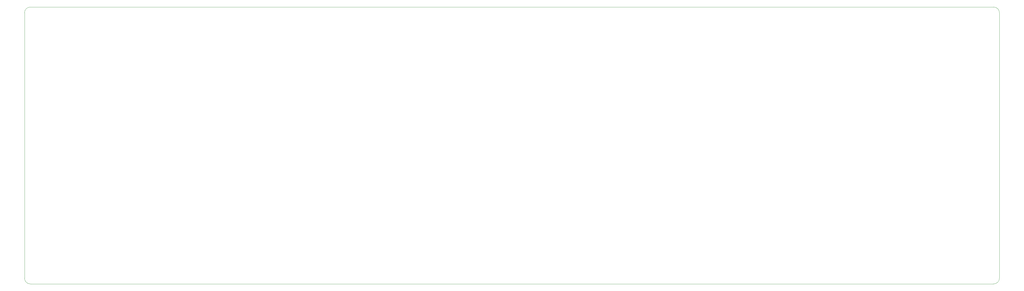
<source format=gm1>
G04 #@! TF.GenerationSoftware,KiCad,Pcbnew,(6.99.0-1912-g359c99991b)*
G04 #@! TF.CreationDate,2022-05-28T20:20:25+07:00*
G04 #@! TF.ProjectId,toxicdog69,746f7869-6364-46f6-9736-392e6b696361,1*
G04 #@! TF.SameCoordinates,Original*
G04 #@! TF.FileFunction,Profile,NP*
%FSLAX46Y46*%
G04 Gerber Fmt 4.6, Leading zero omitted, Abs format (unit mm)*
G04 Created by KiCad (PCBNEW (6.99.0-1912-g359c99991b)) date 2022-05-28 20:20:25*
%MOMM*%
%LPD*%
G01*
G04 APERTURE LIST*
G04 #@! TA.AperFunction,Profile*
%ADD10C,0.100000*%
G04 #@! TD*
G04 APERTURE END LIST*
D10*
X330994000Y-96520000D02*
X-3874000Y-96520000D01*
X332994000Y-2000000D02*
X332994000Y-94520000D01*
X-5874000Y-94520000D02*
G75*
G03*
X-3874000Y-96520000I1999999J-1D01*
G01*
X-3874000Y0D02*
X330994000Y0D01*
X330994000Y-96520000D02*
G75*
G03*
X332994000Y-94520000I0J2000000D01*
G01*
X-3874000Y0D02*
G75*
G03*
X-5874000Y-2000000I-1J-1999999D01*
G01*
X-5874000Y-94520000D02*
X-5874000Y-2000000D01*
X332994000Y-2000000D02*
G75*
G03*
X330994000Y0I-2000000J0D01*
G01*
M02*

</source>
